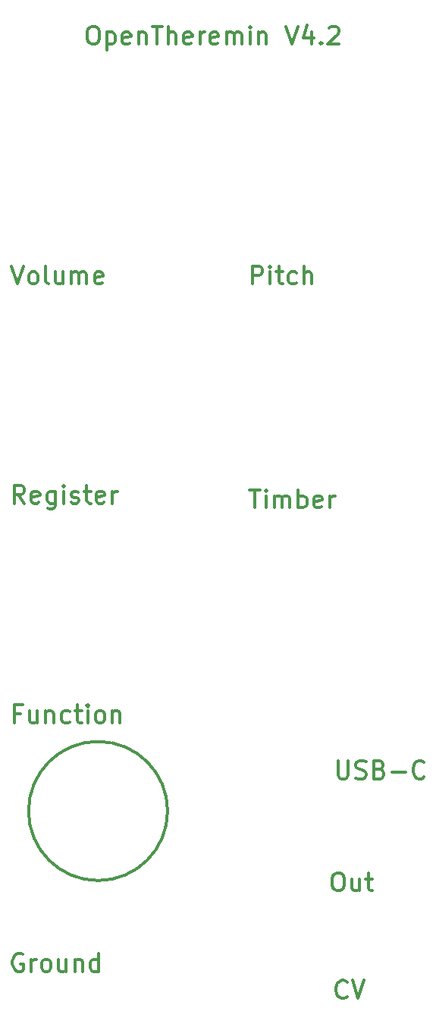
<source format=gbr>
%TF.GenerationSoftware,KiCad,Pcbnew,6.0.10+dfsg-1~bpo11+1*%
%TF.CreationDate,2023-03-02T20:46:35+00:00*%
%TF.ProjectId,OpenThereminV4,4f70656e-5468-4657-9265-6d696e56342e,rev?*%
%TF.SameCoordinates,Original*%
%TF.FileFunction,Legend,Top*%
%TF.FilePolarity,Positive*%
%FSLAX46Y46*%
G04 Gerber Fmt 4.6, Leading zero omitted, Abs format (unit mm)*
G04 Created by KiCad (PCBNEW 6.0.10+dfsg-1~bpo11+1) date 2023-03-02 20:46:35*
%MOMM*%
%LPD*%
G01*
G04 APERTURE LIST*
%ADD10C,0.300000*%
G04 APERTURE END LIST*
D10*
X21212087Y39250000D02*
G75*
G03*
X21212087Y39250000I-7762087J0D01*
G01*
X40238095Y44845239D02*
X40238095Y43226191D01*
X40333333Y43035715D01*
X40428571Y42940477D01*
X40619047Y42845239D01*
X41000000Y42845239D01*
X41190476Y42940477D01*
X41285714Y43035715D01*
X41380952Y43226191D01*
X41380952Y44845239D01*
X42238095Y42940477D02*
X42523809Y42845239D01*
X43000000Y42845239D01*
X43190476Y42940477D01*
X43285714Y43035715D01*
X43380952Y43226191D01*
X43380952Y43416667D01*
X43285714Y43607143D01*
X43190476Y43702381D01*
X43000000Y43797620D01*
X42619047Y43892858D01*
X42428571Y43988096D01*
X42333333Y44083334D01*
X42238095Y44273810D01*
X42238095Y44464286D01*
X42333333Y44654762D01*
X42428571Y44750000D01*
X42619047Y44845239D01*
X43095238Y44845239D01*
X43380952Y44750000D01*
X44904761Y43892858D02*
X45190476Y43797620D01*
X45285714Y43702381D01*
X45380952Y43511905D01*
X45380952Y43226191D01*
X45285714Y43035715D01*
X45190476Y42940477D01*
X45000000Y42845239D01*
X44238095Y42845239D01*
X44238095Y44845239D01*
X44904761Y44845239D01*
X45095238Y44750000D01*
X45190476Y44654762D01*
X45285714Y44464286D01*
X45285714Y44273810D01*
X45190476Y44083334D01*
X45095238Y43988096D01*
X44904761Y43892858D01*
X44238095Y43892858D01*
X46238095Y43607143D02*
X47761904Y43607143D01*
X49857142Y43035715D02*
X49761904Y42940477D01*
X49476190Y42845239D01*
X49285714Y42845239D01*
X49000000Y42940477D01*
X48809523Y43130953D01*
X48714285Y43321429D01*
X48619047Y43702381D01*
X48619047Y43988096D01*
X48714285Y44369048D01*
X48809523Y44559524D01*
X49000000Y44750000D01*
X49285714Y44845239D01*
X49476190Y44845239D01*
X49761904Y44750000D01*
X49857142Y44654762D01*
X30380952Y75095239D02*
X31523809Y75095239D01*
X30952380Y73095239D02*
X30952380Y75095239D01*
X32190476Y73095239D02*
X32190476Y74428572D01*
X32190476Y75095239D02*
X32095237Y75000000D01*
X32190476Y74904762D01*
X32285714Y75000000D01*
X32190476Y75095239D01*
X32190476Y74904762D01*
X33142857Y73095239D02*
X33142857Y74428572D01*
X33142857Y74238096D02*
X33238095Y74333334D01*
X33428571Y74428572D01*
X33714285Y74428572D01*
X33904761Y74333334D01*
X33999999Y74142858D01*
X33999999Y73095239D01*
X33999999Y74142858D02*
X34095237Y74333334D01*
X34285714Y74428572D01*
X34571428Y74428572D01*
X34761904Y74333334D01*
X34857142Y74142858D01*
X34857142Y73095239D01*
X35809523Y73095239D02*
X35809523Y75095239D01*
X35809523Y74333334D02*
X35999999Y74428572D01*
X36380952Y74428572D01*
X36571428Y74333334D01*
X36666666Y74238096D01*
X36761904Y74047620D01*
X36761904Y73476191D01*
X36666666Y73285715D01*
X36571428Y73190477D01*
X36380952Y73095239D01*
X35999999Y73095239D01*
X35809523Y73190477D01*
X38380952Y73190477D02*
X38190476Y73095239D01*
X37809523Y73095239D01*
X37619047Y73190477D01*
X37523809Y73380953D01*
X37523809Y74142858D01*
X37619047Y74333334D01*
X37809523Y74428572D01*
X38190476Y74428572D01*
X38380952Y74333334D01*
X38476190Y74142858D01*
X38476190Y73952381D01*
X37523809Y73761905D01*
X39333333Y73095239D02*
X39333333Y74428572D01*
X39333333Y74047620D02*
X39428571Y74238096D01*
X39523809Y74333334D01*
X39714285Y74428572D01*
X39904761Y74428572D01*
X5238095Y73595239D02*
X4571428Y74547620D01*
X4095238Y73595239D02*
X4095238Y75595239D01*
X4857143Y75595239D01*
X5047619Y75500000D01*
X5142857Y75404762D01*
X5238095Y75214286D01*
X5238095Y74928572D01*
X5142857Y74738096D01*
X5047619Y74642858D01*
X4857143Y74547620D01*
X4095238Y74547620D01*
X6857143Y73690477D02*
X6666666Y73595239D01*
X6285714Y73595239D01*
X6095238Y73690477D01*
X6000000Y73880953D01*
X6000000Y74642858D01*
X6095238Y74833334D01*
X6285714Y74928572D01*
X6666666Y74928572D01*
X6857143Y74833334D01*
X6952381Y74642858D01*
X6952381Y74452381D01*
X6000000Y74261905D01*
X8666666Y74928572D02*
X8666666Y73309524D01*
X8571428Y73119048D01*
X8476190Y73023810D01*
X8285714Y72928572D01*
X8000000Y72928572D01*
X7809524Y73023810D01*
X8666666Y73690477D02*
X8476190Y73595239D01*
X8095238Y73595239D01*
X7904762Y73690477D01*
X7809524Y73785715D01*
X7714286Y73976191D01*
X7714286Y74547620D01*
X7809524Y74738096D01*
X7904762Y74833334D01*
X8095238Y74928572D01*
X8476190Y74928572D01*
X8666666Y74833334D01*
X9619047Y73595239D02*
X9619047Y74928572D01*
X9619047Y75595239D02*
X9523809Y75500000D01*
X9619047Y75404762D01*
X9714286Y75500000D01*
X9619047Y75595239D01*
X9619047Y75404762D01*
X10476190Y73690477D02*
X10666666Y73595239D01*
X11047619Y73595239D01*
X11238095Y73690477D01*
X11333333Y73880953D01*
X11333333Y73976191D01*
X11238095Y74166667D01*
X11047619Y74261905D01*
X10761905Y74261905D01*
X10571428Y74357143D01*
X10476190Y74547620D01*
X10476190Y74642858D01*
X10571428Y74833334D01*
X10761905Y74928572D01*
X11047619Y74928572D01*
X11238095Y74833334D01*
X11904762Y74928572D02*
X12666666Y74928572D01*
X12190476Y75595239D02*
X12190476Y73880953D01*
X12285714Y73690477D01*
X12476190Y73595239D01*
X12666666Y73595239D01*
X14095238Y73690477D02*
X13904762Y73595239D01*
X13523809Y73595239D01*
X13333333Y73690477D01*
X13238095Y73880953D01*
X13238095Y74642858D01*
X13333333Y74833334D01*
X13523809Y74928572D01*
X13904762Y74928572D01*
X14095238Y74833334D01*
X14190476Y74642858D01*
X14190476Y74452381D01*
X13238095Y74261905D01*
X15047619Y73595239D02*
X15047619Y74928572D01*
X15047619Y74547620D02*
X15142857Y74738096D01*
X15238095Y74833334D01*
X15428571Y74928572D01*
X15619047Y74928572D01*
X12728571Y126845239D02*
X13109523Y126845239D01*
X13300000Y126750000D01*
X13490476Y126559524D01*
X13585714Y126178572D01*
X13585714Y125511905D01*
X13490476Y125130953D01*
X13300000Y124940477D01*
X13109523Y124845239D01*
X12728571Y124845239D01*
X12538095Y124940477D01*
X12347619Y125130953D01*
X12252380Y125511905D01*
X12252380Y126178572D01*
X12347619Y126559524D01*
X12538095Y126750000D01*
X12728571Y126845239D01*
X14442857Y126178572D02*
X14442857Y124178572D01*
X14442857Y126083334D02*
X14633333Y126178572D01*
X15014285Y126178572D01*
X15204761Y126083334D01*
X15300000Y125988096D01*
X15395238Y125797620D01*
X15395238Y125226191D01*
X15300000Y125035715D01*
X15204761Y124940477D01*
X15014285Y124845239D01*
X14633333Y124845239D01*
X14442857Y124940477D01*
X17014285Y124940477D02*
X16823809Y124845239D01*
X16442857Y124845239D01*
X16252380Y124940477D01*
X16157142Y125130953D01*
X16157142Y125892858D01*
X16252380Y126083334D01*
X16442857Y126178572D01*
X16823809Y126178572D01*
X17014285Y126083334D01*
X17109523Y125892858D01*
X17109523Y125702381D01*
X16157142Y125511905D01*
X17966666Y126178572D02*
X17966666Y124845239D01*
X17966666Y125988096D02*
X18061904Y126083334D01*
X18252380Y126178572D01*
X18538095Y126178572D01*
X18728571Y126083334D01*
X18823809Y125892858D01*
X18823809Y124845239D01*
X19490476Y126845239D02*
X20633333Y126845239D01*
X20061904Y124845239D02*
X20061904Y126845239D01*
X21300000Y124845239D02*
X21300000Y126845239D01*
X22157142Y124845239D02*
X22157142Y125892858D01*
X22061904Y126083334D01*
X21871428Y126178572D01*
X21585714Y126178572D01*
X21395238Y126083334D01*
X21300000Y125988096D01*
X23871428Y124940477D02*
X23680952Y124845239D01*
X23300000Y124845239D01*
X23109523Y124940477D01*
X23014285Y125130953D01*
X23014285Y125892858D01*
X23109523Y126083334D01*
X23300000Y126178572D01*
X23680952Y126178572D01*
X23871428Y126083334D01*
X23966666Y125892858D01*
X23966666Y125702381D01*
X23014285Y125511905D01*
X24823809Y124845239D02*
X24823809Y126178572D01*
X24823809Y125797620D02*
X24919047Y125988096D01*
X25014285Y126083334D01*
X25204761Y126178572D01*
X25395238Y126178572D01*
X26823809Y124940477D02*
X26633333Y124845239D01*
X26252380Y124845239D01*
X26061904Y124940477D01*
X25966666Y125130953D01*
X25966666Y125892858D01*
X26061904Y126083334D01*
X26252380Y126178572D01*
X26633333Y126178572D01*
X26823809Y126083334D01*
X26919047Y125892858D01*
X26919047Y125702381D01*
X25966666Y125511905D01*
X27776190Y124845239D02*
X27776190Y126178572D01*
X27776190Y125988096D02*
X27871428Y126083334D01*
X28061904Y126178572D01*
X28347619Y126178572D01*
X28538095Y126083334D01*
X28633333Y125892858D01*
X28633333Y124845239D01*
X28633333Y125892858D02*
X28728571Y126083334D01*
X28919047Y126178572D01*
X29204761Y126178572D01*
X29395238Y126083334D01*
X29490476Y125892858D01*
X29490476Y124845239D01*
X30442857Y124845239D02*
X30442857Y126178572D01*
X30442857Y126845239D02*
X30347619Y126750000D01*
X30442857Y126654762D01*
X30538095Y126750000D01*
X30442857Y126845239D01*
X30442857Y126654762D01*
X31395238Y126178572D02*
X31395238Y124845239D01*
X31395238Y125988096D02*
X31490476Y126083334D01*
X31680952Y126178572D01*
X31966666Y126178572D01*
X32157142Y126083334D01*
X32252380Y125892858D01*
X32252380Y124845239D01*
X34442857Y126845239D02*
X35109523Y124845239D01*
X35776190Y126845239D01*
X37300000Y126178572D02*
X37300000Y124845239D01*
X36823809Y126940477D02*
X36347619Y125511905D01*
X37585714Y125511905D01*
X38347619Y125035715D02*
X38442857Y124940477D01*
X38347619Y124845239D01*
X38252380Y124940477D01*
X38347619Y125035715D01*
X38347619Y124845239D01*
X39204761Y126654762D02*
X39300000Y126750000D01*
X39490476Y126845239D01*
X39966666Y126845239D01*
X40157142Y126750000D01*
X40252380Y126654762D01*
X40347619Y126464286D01*
X40347619Y126273810D01*
X40252380Y125988096D01*
X39109523Y124845239D01*
X40347619Y124845239D01*
X41261904Y18535715D02*
X41166666Y18440477D01*
X40880952Y18345239D01*
X40690476Y18345239D01*
X40404761Y18440477D01*
X40214285Y18630953D01*
X40119047Y18821429D01*
X40023809Y19202381D01*
X40023809Y19488096D01*
X40119047Y19869048D01*
X40214285Y20059524D01*
X40404761Y20250000D01*
X40690476Y20345239D01*
X40880952Y20345239D01*
X41166666Y20250000D01*
X41261904Y20154762D01*
X41833333Y20345239D02*
X42500000Y18345239D01*
X43166666Y20345239D01*
X40083333Y32345239D02*
X40464285Y32345239D01*
X40654761Y32250000D01*
X40845238Y32059524D01*
X40940476Y31678572D01*
X40940476Y31011905D01*
X40845238Y30630953D01*
X40654761Y30440477D01*
X40464285Y30345239D01*
X40083333Y30345239D01*
X39892857Y30440477D01*
X39702380Y30630953D01*
X39607142Y31011905D01*
X39607142Y31678572D01*
X39702380Y32059524D01*
X39892857Y32250000D01*
X40083333Y32345239D01*
X42654761Y31678572D02*
X42654761Y30345239D01*
X41797619Y31678572D02*
X41797619Y30630953D01*
X41892857Y30440477D01*
X42083333Y30345239D01*
X42369047Y30345239D01*
X42559523Y30440477D01*
X42654761Y30535715D01*
X43321428Y31678572D02*
X44083333Y31678572D01*
X43607142Y32345239D02*
X43607142Y30630953D01*
X43702380Y30440477D01*
X43892857Y30345239D01*
X44083333Y30345239D01*
X30666666Y98095239D02*
X30666666Y100095239D01*
X31428571Y100095239D01*
X31619047Y100000000D01*
X31714285Y99904762D01*
X31809523Y99714286D01*
X31809523Y99428572D01*
X31714285Y99238096D01*
X31619047Y99142858D01*
X31428571Y99047620D01*
X30666666Y99047620D01*
X32666666Y98095239D02*
X32666666Y99428572D01*
X32666666Y100095239D02*
X32571428Y100000000D01*
X32666666Y99904762D01*
X32761904Y100000000D01*
X32666666Y100095239D01*
X32666666Y99904762D01*
X33333333Y99428572D02*
X34095238Y99428572D01*
X33619047Y100095239D02*
X33619047Y98380953D01*
X33714285Y98190477D01*
X33904761Y98095239D01*
X34095238Y98095239D01*
X35619047Y98190477D02*
X35428571Y98095239D01*
X35047619Y98095239D01*
X34857142Y98190477D01*
X34761904Y98285715D01*
X34666666Y98476191D01*
X34666666Y99047620D01*
X34761904Y99238096D01*
X34857142Y99333334D01*
X35047619Y99428572D01*
X35428571Y99428572D01*
X35619047Y99333334D01*
X36476190Y98095239D02*
X36476190Y100095239D01*
X37333333Y98095239D02*
X37333333Y99142858D01*
X37238095Y99333334D01*
X37047619Y99428572D01*
X36761904Y99428572D01*
X36571428Y99333334D01*
X36476190Y99238096D01*
X3809523Y100095239D02*
X4476190Y98095239D01*
X5142857Y100095239D01*
X6095238Y98095239D02*
X5904761Y98190477D01*
X5809523Y98285715D01*
X5714285Y98476191D01*
X5714285Y99047620D01*
X5809523Y99238096D01*
X5904761Y99333334D01*
X6095238Y99428572D01*
X6380952Y99428572D01*
X6571428Y99333334D01*
X6666666Y99238096D01*
X6761904Y99047620D01*
X6761904Y98476191D01*
X6666666Y98285715D01*
X6571428Y98190477D01*
X6380952Y98095239D01*
X6095238Y98095239D01*
X7904761Y98095239D02*
X7714285Y98190477D01*
X7619047Y98380953D01*
X7619047Y100095239D01*
X9523809Y99428572D02*
X9523809Y98095239D01*
X8666666Y99428572D02*
X8666666Y98380953D01*
X8761904Y98190477D01*
X8952380Y98095239D01*
X9238095Y98095239D01*
X9428571Y98190477D01*
X9523809Y98285715D01*
X10476190Y98095239D02*
X10476190Y99428572D01*
X10476190Y99238096D02*
X10571428Y99333334D01*
X10761904Y99428572D01*
X11047619Y99428572D01*
X11238095Y99333334D01*
X11333333Y99142858D01*
X11333333Y98095239D01*
X11333333Y99142858D02*
X11428571Y99333334D01*
X11619047Y99428572D01*
X11904761Y99428572D01*
X12095238Y99333334D01*
X12190476Y99142858D01*
X12190476Y98095239D01*
X13904761Y98190477D02*
X13714285Y98095239D01*
X13333333Y98095239D01*
X13142857Y98190477D01*
X13047619Y98380953D01*
X13047619Y99142858D01*
X13142857Y99333334D01*
X13333333Y99428572D01*
X13714285Y99428572D01*
X13904761Y99333334D01*
X14000000Y99142858D01*
X14000000Y98952381D01*
X13047619Y98761905D01*
X4761904Y50142858D02*
X4095238Y50142858D01*
X4095238Y49095239D02*
X4095238Y51095239D01*
X5047619Y51095239D01*
X6666666Y50428572D02*
X6666666Y49095239D01*
X5809523Y50428572D02*
X5809523Y49380953D01*
X5904761Y49190477D01*
X6095238Y49095239D01*
X6380952Y49095239D01*
X6571428Y49190477D01*
X6666666Y49285715D01*
X7619047Y50428572D02*
X7619047Y49095239D01*
X7619047Y50238096D02*
X7714285Y50333334D01*
X7904761Y50428572D01*
X8190476Y50428572D01*
X8380952Y50333334D01*
X8476190Y50142858D01*
X8476190Y49095239D01*
X10285714Y49190477D02*
X10095238Y49095239D01*
X9714285Y49095239D01*
X9523809Y49190477D01*
X9428571Y49285715D01*
X9333333Y49476191D01*
X9333333Y50047620D01*
X9428571Y50238096D01*
X9523809Y50333334D01*
X9714285Y50428572D01*
X10095238Y50428572D01*
X10285714Y50333334D01*
X10857142Y50428572D02*
X11619047Y50428572D01*
X11142857Y51095239D02*
X11142857Y49380953D01*
X11238095Y49190477D01*
X11428571Y49095239D01*
X11619047Y49095239D01*
X12285714Y49095239D02*
X12285714Y50428572D01*
X12285714Y51095239D02*
X12190476Y51000000D01*
X12285714Y50904762D01*
X12380952Y51000000D01*
X12285714Y51095239D01*
X12285714Y50904762D01*
X13523809Y49095239D02*
X13333333Y49190477D01*
X13238095Y49285715D01*
X13142857Y49476191D01*
X13142857Y50047620D01*
X13238095Y50238096D01*
X13333333Y50333334D01*
X13523809Y50428572D01*
X13809523Y50428572D01*
X14000000Y50333334D01*
X14095238Y50238096D01*
X14190476Y50047620D01*
X14190476Y49476191D01*
X14095238Y49285715D01*
X14000000Y49190477D01*
X13809523Y49095239D01*
X13523809Y49095239D01*
X15047619Y50428572D02*
X15047619Y49095239D01*
X15047619Y50238096D02*
X15142857Y50333334D01*
X15333333Y50428572D01*
X15619047Y50428572D01*
X15809523Y50333334D01*
X15904761Y50142858D01*
X15904761Y49095239D01*
X5035714Y23250000D02*
X4845238Y23345239D01*
X4559523Y23345239D01*
X4273809Y23250000D01*
X4083333Y23059524D01*
X3988095Y22869048D01*
X3892857Y22488096D01*
X3892857Y22202381D01*
X3988095Y21821429D01*
X4083333Y21630953D01*
X4273809Y21440477D01*
X4559523Y21345239D01*
X4750000Y21345239D01*
X5035714Y21440477D01*
X5130952Y21535715D01*
X5130952Y22202381D01*
X4750000Y22202381D01*
X5988095Y21345239D02*
X5988095Y22678572D01*
X5988095Y22297620D02*
X6083333Y22488096D01*
X6178571Y22583334D01*
X6369047Y22678572D01*
X6559523Y22678572D01*
X7511904Y21345239D02*
X7321428Y21440477D01*
X7226190Y21535715D01*
X7130952Y21726191D01*
X7130952Y22297620D01*
X7226190Y22488096D01*
X7321428Y22583334D01*
X7511904Y22678572D01*
X7797619Y22678572D01*
X7988095Y22583334D01*
X8083333Y22488096D01*
X8178571Y22297620D01*
X8178571Y21726191D01*
X8083333Y21535715D01*
X7988095Y21440477D01*
X7797619Y21345239D01*
X7511904Y21345239D01*
X9892857Y22678572D02*
X9892857Y21345239D01*
X9035714Y22678572D02*
X9035714Y21630953D01*
X9130952Y21440477D01*
X9321428Y21345239D01*
X9607142Y21345239D01*
X9797619Y21440477D01*
X9892857Y21535715D01*
X10845238Y22678572D02*
X10845238Y21345239D01*
X10845238Y22488096D02*
X10940476Y22583334D01*
X11130952Y22678572D01*
X11416666Y22678572D01*
X11607142Y22583334D01*
X11702380Y22392858D01*
X11702380Y21345239D01*
X13511904Y21345239D02*
X13511904Y23345239D01*
X13511904Y21440477D02*
X13321428Y21345239D01*
X12940476Y21345239D01*
X12750000Y21440477D01*
X12654761Y21535715D01*
X12559523Y21726191D01*
X12559523Y22297620D01*
X12654761Y22488096D01*
X12750000Y22583334D01*
X12940476Y22678572D01*
X13321428Y22678572D01*
X13511904Y22583334D01*
M02*

</source>
